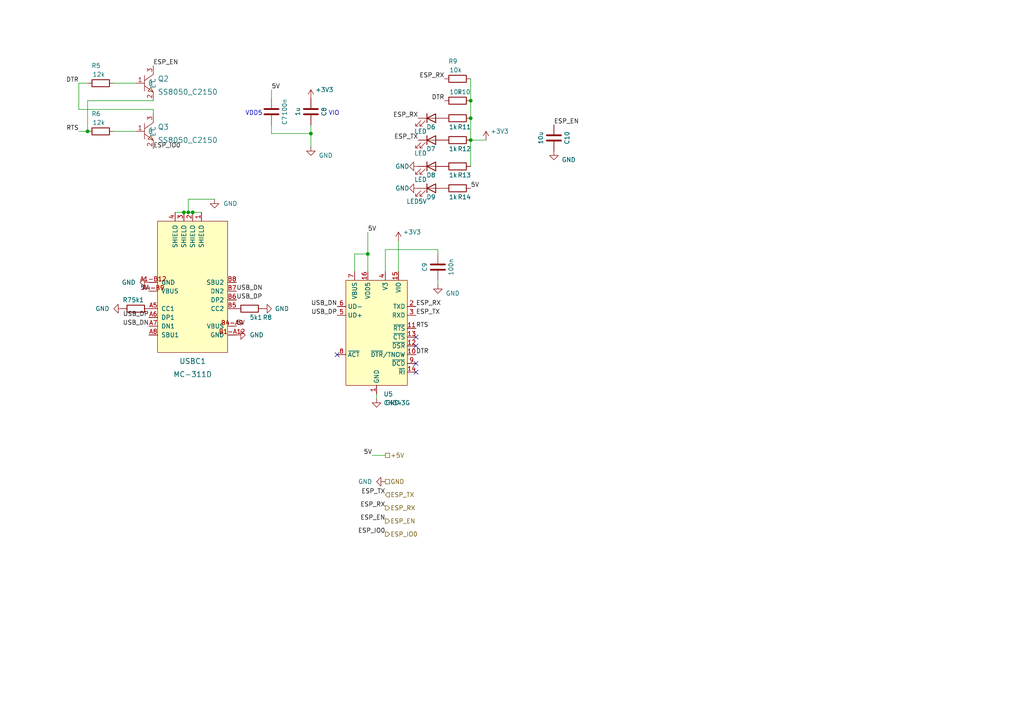
<source format=kicad_sch>
(kicad_sch (version 20230121) (generator eeschema)
  (paper "A4")
  (lib_symbols
    (symbol "Device:C" (pin_numbers hide) (pin_names (offset 0.254))
      (property "Reference" "C" (at 0.635 2.54 0))
      (property "Value" "C" (at 0.635 -2.54 0))
      (symbol "C_0_1"
        (polyline (pts (xy -2.032 -0.762) (xy 2.032 -0.762)) (stroke (width 0.508)))
        (polyline (pts (xy -2.032 0.762) (xy 2.032 0.762)) (stroke (width 0.508)))
      )
      (symbol "C_1_1"
        (pin passive line (at 0 3.81 270) (length 2.794) (name "~") (number "1"))
        (pin passive line (at 0 -3.81 90) (length 2.794) (name "~") (number "2"))
      )
    )
    (symbol "Device:LED" (pin_numbers hide) (pin_names (offset 1.016) hide)
      (property "Reference" "D" (at 0 2.54 0))
      (property "Value" "LED" (at 0 -2.54 0))
      (symbol "LED_0_1"
        (polyline (pts (xy -1.27 -1.27) (xy -1.27 1.27)) (stroke (width 0.254)))
        (polyline (pts (xy -1.27 0) (xy 1.27 0)))
        (polyline (pts (xy 1.27 -1.27) (xy 1.27 1.27) (xy -1.27 0) (xy 1.27 -1.27)) (stroke (width 0.254)))
        (polyline (pts (xy -3.048 -0.762) (xy -4.572 -2.286) (xy -3.81 -2.286) (xy -4.572 -2.286) (xy -4.572 -1.524)))
        (polyline (pts (xy -1.778 -0.762) (xy -3.302 -2.286) (xy -2.54 -2.286) (xy -3.302 -2.286) (xy -3.302 -1.524)))
      )
      (symbol "LED_1_1"
        (pin passive line (at -3.81 0 0) (length 2.54) (name "K") (number "1"))
        (pin passive line (at 3.81 0 180) (length 2.54) (name "A") (number "2"))
      )
    )
    (symbol "Device:R" (pin_numbers hide) (pin_names (offset 0))
      (property "Reference" "R" (at 2.032 0 90))
      (property "Value" "R" (at 0 0 90))
      (symbol "R_0_1"
        (rectangle (start -1.016 -2.54) (end 1.016 2.54) (stroke (width 0.254)))
      )
      (symbol "R_1_1"
        (pin passive line (at 0 3.81 270) (length 1.27) (name "~") (number "1"))
        (pin passive line (at 0 -3.81 90) (length 1.27) (name "~") (number "2"))
      )
    )
    (symbol "SS8050:SS8050_C2150" (pin_names (offset 1.016))
      (property "Reference" "Q?" (at 0 10.16 0))
      (property "Value" "SS8050_C2150" (at 0 -10.16 0))
      (symbol "SS8050_C2150_1_1"
        (polyline (pts (xy -2.54 -0.762) (xy 0 -2.54)))
        (polyline (pts (xy -2.54 2.286) (xy -2.54 -2.286)))
        (polyline (pts (xy 0 2.54) (xy -2.54 0.762)))
        (polyline (pts (xy 0 -2.54) (xy -0.762 -1.27) (xy -1.524 -2.286) (xy 0 -2.54)) (fill (type background)))
        (pin unspecified line (at -5.08 0 0) (length 2.54) (name "B") (number "1"))
        (pin unspecified line (at 0 -5.08 90) (length 2.54) (name "E") (number "2"))
        (pin unspecified line (at 0 5.08 270) (length 2.54) (name "C") (number "3"))
      )
    )
    (symbol "power:+3.3V" (power) (pin_names (offset 0))
      (property "Value" "+3.3V" (at 0 3.556 0))
      (symbol "+3.3V_0_1"
        (polyline (pts (xy -0.762 1.27) (xy 0 2.54)))
        (polyline (pts (xy 0 0) (xy 0 2.54)))
        (polyline (pts (xy 0 2.54) (xy 0.762 1.27)))
      )
      (symbol "+3.3V_1_1"
        (pin power_in line (at 0 0 90) (length 0) hide (name "+3V3") (number "1"))
      )
    )
    (symbol "power:GND" (power) (pin_names (offset 0))
      (property "Value" "GND" (at 0 -3.81 0))
      (symbol "GND_0_1"
        (polyline (pts (xy 0 0) (xy 0 -1.27) (xy 1.27 -1.27) (xy 0 -2.54) (xy -1.27 -1.27) (xy 0 -1.27)))
      )
      (symbol "GND_1_1"
        (pin power_in line (at 0 0 270) (length 0) hide (name "GND") (number "1"))
      )
    )
    (symbol "usb_c_bobby:MC-311D" (pin_names (offset 1.016))
      (property "Reference" "USBC?" (at 0 24.13 0))
      (property "Value" "MC-311D" (at 0 -21.59 0))
      (symbol "MC-311D_1_1"
        (rectangle (start -10.16 16.51) (end 10.16 -21.59) (fill (type background)))
        (pin unspecified line (at 2.54 19.05 270) (length 2.54) (name "SHIELD") (number "1"))
        (pin unspecified line (at 0 19.05 270) (length 2.54) (name "SHIELD") (number "2"))
        (pin unspecified line (at -2.54 19.05 270) (length 2.54) (name "SHIELD") (number "3"))
        (pin unspecified line (at -5.08 19.05 270) (length 2.54) (name "SHIELD") (number "4"))
        (pin unspecified line (at -12.7 -1.27 0) (length 2.54) (name "GND") (number "A1-B12"))
        (pin unspecified line (at -12.7 -3.81 0) (length 2.54) (name "VBUS") (number "A4-B9"))
        (pin unspecified line (at -12.7 -8.89 0) (length 2.54) (name "CC1") (number "A5"))
        (pin unspecified line (at -12.7 -11.43 0) (length 2.54) (name "DP1") (number "A6"))
        (pin unspecified line (at -12.7 -13.97 0) (length 2.54) (name "DN1") (number "A7"))
        (pin unspecified line (at -12.7 -16.51 0) (length 2.54) (name "SBU1") (number "A8"))
        (pin unspecified line (at 12.7 -16.51 180) (length 2.54) (name "GND") (number "B1-A12"))
        (pin unspecified line (at 12.7 -13.97 180) (length 2.54) (name "VBUS") (number "B4-A9"))
        (pin unspecified line (at 12.7 -8.89 180) (length 2.54) (name "CC2") (number "B5"))
        (pin unspecified line (at 12.7 -6.35 180) (length 2.54) (name "DP2") (number "B6"))
        (pin unspecified line (at 12.7 -3.81 180) (length 2.54) (name "DN2") (number "B7"))
        (pin unspecified line (at 12.7 -1.27 180) (length 2.54) (name "SBU2") (number "B8"))
      )
    )
    (symbol "wch-usb-uart:CH343G"
      (property "Reference" "U" (at 6.35 -17.78 0))
      (property "Value" "CH343G" (at 6.35 -20.32 0))
      (symbol "CH343G_0_1"
        (rectangle (start -8.89 15.24) (end 8.89 -15.24) (stroke (width 0.1524)) (fill (type background)))
      )
      (symbol "CH343G_1_1"
        (pin passive line (at 0 -17.78 90) (length 2.54) (name "GND") (number "1"))
        (pin output line (at 11.43 -6.35 180) (length 2.54) (name "~{DTR}/TNOW") (number "10"))
        (pin output line (at 11.43 1.27 180) (length 2.54) (name "~{RTS}") (number "11"))
        (pin input line (at 11.43 -3.81 180) (length 2.54) (name "~{DSR}") (number "12"))
        (pin input line (at 11.43 -1.27 180) (length 2.54) (name "~{CTS}") (number "13"))
        (pin input line (at 11.43 -11.43 180) (length 2.54) (name "~{RI}") (number "14"))
        (pin power_in line (at 6.35 17.78 270) (length 2.54) (name "VIO") (number "15"))
        (pin power_in line (at -2.54 17.78 270) (length 2.54) (name "VDD5") (number "16"))
        (pin output line (at 11.43 7.62 180) (length 2.54) (name "TXD") (number "2"))
        (pin input line (at 11.43 5.08 180) (length 2.54) (name "RXD") (number "3"))
        (pin power_in line (at 2.54 17.78 270) (length 2.54) (name "V3") (number "4"))
        (pin bidirectional line (at -11.43 5.08 0) (length 2.54) (name "UD+") (number "5"))
        (pin bidirectional line (at -11.43 7.62 0) (length 2.54) (name "UD-") (number "6"))
        (pin input line (at -6.35 17.78 270) (length 2.54) (name "VBUS") (number "7"))
        (pin output line (at -11.43 -6.35 0) (length 2.54) (name "~{ACT}") (number "8"))
        (pin input line (at 11.43 -8.89 180) (length 2.54) (name "~{DCD}") (number "9"))
      )
    )
  )
  (junction (at 90.17 38.735))
  (junction (at 136.525 40.64))
  (junction (at 55.88 61.595))
  (junction (at 136.525 29.21))
  (junction (at 54.61 61.595))
  (junction (at 136.525 34.29))
  (junction (at 25.4 38.1))
  (junction (at 106.68 73.66))
  (junction (at 53.34 61.595))
  (no_connect (at 120.65 107.95))
  (no_connect (at 120.65 105.41))
  (no_connect (at 120.65 97.79))
  (no_connect (at 120.65 100.33))
  (no_connect (at 97.79 102.87))
  (wire (pts (xy 111.76 72.39) (xy 127 72.39)))
  (wire (pts (xy 106.68 67.31) (xy 106.68 73.66)))
  (wire (pts (xy 22.86 24.13) (xy 22.86 31.75)))
  (wire (pts (xy 102.87 73.66) (xy 102.87 78.74)))
  (wire (pts (xy 115.57 69.85) (xy 115.57 78.74)))
  (wire (pts (xy 78.74 26.035) (xy 78.74 28.575)))
  (wire (pts (xy 33.02 38.1) (xy 39.37 38.1)))
  (wire (pts (xy 22.86 31.75) (xy 44.45 31.75)))
  (wire (pts (xy 44.45 29.21) (xy 25.4 29.21)))
  (wire (pts (xy 90.17 38.735) (xy 90.17 42.545)))
  (wire (pts (xy 53.34 61.595) (xy 50.8 61.595)))
  (wire (pts (xy 127 72.39) (xy 127 73.66)))
  (wire (pts (xy 44.45 31.75) (xy 44.45 33.02)))
  (wire (pts (xy 25.4 29.21) (xy 25.4 38.1)))
  (wire (pts (xy 109.22 114.3) (xy 109.22 115.57)))
  (wire (pts (xy 54.61 57.785) (xy 54.61 61.595)))
  (wire (pts (xy 107.95 132.08) (xy 111.76 132.08)))
  (wire (pts (xy 127 81.28) (xy 127 82.55)))
  (wire (pts (xy 33.02 24.13) (xy 39.37 24.13)))
  (wire (pts (xy 54.61 61.595) (xy 53.34 61.595)))
  (wire (pts (xy 55.88 61.595) (xy 58.42 61.595)))
  (wire (pts (xy 22.86 38.1) (xy 25.4 38.1)))
  (wire (pts (xy 78.74 38.735) (xy 90.17 38.735)))
  (wire (pts (xy 106.68 73.66) (xy 106.68 78.74)))
  (wire (pts (xy 22.86 24.13) (xy 25.4 24.13)))
  (wire (pts (xy 136.525 22.86) (xy 136.525 29.21)))
  (wire (pts (xy 111.76 72.39) (xy 111.76 78.74)))
  (wire (pts (xy 106.68 73.66) (xy 102.87 73.66)))
  (wire (pts (xy 54.61 57.785) (xy 62.23 57.785)))
  (wire (pts (xy 136.525 40.64) (xy 136.525 48.26)))
  (wire (pts (xy 136.525 40.64) (xy 140.97 40.64)))
  (wire (pts (xy 136.525 29.21) (xy 136.525 34.29)))
  (wire (pts (xy 90.17 36.195) (xy 90.17 38.735)))
  (wire (pts (xy 136.525 34.29) (xy 136.525 40.64)))
  (wire (pts (xy 78.74 36.195) (xy 78.74 38.735)))
  (wire (pts (xy 54.61 61.595) (xy 55.88 61.595)))
  (text "VDD5" (at 71.12 33.655 0) (effects (font (size 1.27 1.27)) (justify left bottom)))
  (text "VIO" (at 95.25 33.655 0) (effects (font (size 1.27 1.27)) (justify left bottom)))
  (label "ESP_RX" (at 128.905 22.86 180))
  (label "ESP_TX" (at 121.285 40.64 180))
  (label "DTR" (at 120.65 102.87 0))
  (label "ESP_EN" (at 111.76 151.13 180))
  (label "ESP_TX" (at 120.65 91.44 0))
  (label "ESP_RX" (at 111.76 147.32 180))
  (label "ESP_RX" (at 121.285 34.29 180))
  (label "ESP_RX" (at 120.65 88.9 0))
  (label "ESP_EN" (at 44.45 19.05 0))
  (label "USB_DP" (at 97.79 91.44 180))
  (label "5V" (at 136.525 54.61 0))
  (label "ESP_TX" (at 111.76 143.51 180))
  (label "5V" (at 68.58 94.615 0))
  (label "RTS" (at 120.65 95.25 0))
  (label "5V" (at 43.18 84.455 180))
  (label "DTR" (at 128.905 29.21 180))
  (label "USB_DN" (at 68.58 84.455 0))
  (label "USB_DP" (at 43.18 92.075 180))
  (label "5V" (at 106.68 67.31 0))
  (label "RTS" (at 22.86 38.1 180))
  (label "ESP_IO0" (at 111.76 154.94 180))
  (label "ESP_IO0" (at 44.45 43.18 0))
  (label "ESP_EN" (at 160.655 36.195 0))
  (label "5V" (at 107.95 132.08 180))
  (label "5V" (at 78.74 26.035 0))
  (label "USB_DP" (at 68.58 86.995 0))
  (label "USB_DN" (at 97.79 88.9 180))
  (label "USB_DN" (at 43.18 94.615 180))
  (label "DTR" (at 22.86 24.13 180))
  (hierarchical_label "ESP_TX" (shape input) (at 111.76 143.51 0))
  (hierarchical_label "ESP_IO0" (shape output) (at 111.76 154.94 0))
  (hierarchical_label "ESP_RX" (shape output) (at 111.76 147.32 0))
  (hierarchical_label "ESP_EN" (shape output) (at 111.76 151.13 0))
  (hierarchical_label "+5V" (shape passive) (at 111.76 132.08 0))
  (hierarchical_label "GND" (shape passive) (at 111.76 139.7 0))
  (symbol (lib_id "Device:R") (at 132.715 40.64 270) (unit 1)
    (property "Reference" "R12" (at 132.715 43.18 90) (effects (justify left)))
    (property "Value" "1k" (at 130.175 43.18 90) (effects (justify left)))
    (property "Footprint" "Resistor_SMD:R_0402_1005Metric" (effects hide))
    (property "LCSC Part #" "C11702" (effects hide))
  )
  (symbol (lib_id "power:+3.3V") (at 140.97 40.64 0) (unit 1)
    (property "Reference" "#PWR045" (effects hide))
    (property "Value" "+3.3V" (at 142.24 38.1 0) (effects (justify left)))
  )
  (symbol (lib_id "Device:LED") (at 125.095 48.26 0) (unit 1)
    (property "Reference" "D8" (at 126.365 50.8 0) (effects (justify right)))
    (property "Value" "LED" (at 123.825 52.07 0) (effects (justify right)))
    (property "Footprint" "LED_SMD:LED_0603_1608Metric" (effects hide))
    (property "LCSC Part #" "C2286" (effects hide))
  )
  (symbol (lib_id "Device:C") (at 160.655 40.005 180) (unit 1)
    (property "Reference" "C10" (at 164.465 40.005 90))
    (property "Value" "10u" (at 156.845 40.005 90))
    (property "Footprint" "Capacitor_SMD:C_0603_1608Metric" (effects hide))
    (property "LCSC Part #" "C96446" (effects hide))
  )
  (symbol (lib_id "Device:R") (at 132.715 22.86 90) (unit 1)
    (property "Reference" "R9" (at 132.715 17.78 90) (effects (justify left)))
    (property "Value" "10k" (at 133.985 20.32 90) (effects (justify left)))
    (property "Footprint" "Resistor_SMD:R_0402_1005Metric" (effects hide))
    (property "LCSC Part #" "C25744" (effects hide))
  )
  (symbol (lib_id "Device:LED") (at 125.095 54.61 0) (unit 1)
    (property "Reference" "D9" (at 126.365 57.15 0) (effects (justify right)))
    (property "Value" "LED5V" (at 123.825 58.42 0) (effects (justify right)))
    (property "Footprint" "LED_SMD:LED_0603_1608Metric" (effects hide))
    (property "LCSC Part #" "C72043" (effects hide))
  )
  (symbol (lib_id "power:GND") (at 111.76 139.7 270) (unit 1)
    (property "Reference" "#PWR040" (effects hide))
    (property "Value" "GND" (at 107.95 139.7 90) (effects (justify right)))
  )
  (symbol (lib_id "Device:LED") (at 125.095 40.64 0) (unit 1)
    (property "Reference" "D7" (at 126.365 43.18 0) (effects (justify right)))
    (property "Value" "LED" (at 123.825 44.45 0) (effects (justify right)))
    (property "Footprint" "LED_SMD:LED_0603_1608Metric" (effects hide))
    (property "LCSC Part #" "C72041" (effects hide))
  )
  (symbol (lib_id "power:+3.3V") (at 90.17 28.575 0) (unit 1)
    (property "Reference" "#PWR037" (effects hide))
    (property "Value" "+3.3V" (at 91.44 26.035 0) (effects (justify left)))
  )
  (symbol (lib_id "Device:R") (at 132.715 48.26 270) (unit 1)
    (property "Reference" "R13" (at 132.715 50.8 90) (effects (justify left)))
    (property "Value" "1k" (at 130.175 50.8 90) (effects (justify left)))
    (property "Footprint" "Resistor_SMD:R_0402_1005Metric" (effects hide))
    (property "LCSC Part #" "C11702" (effects hide))
  )
  (symbol (lib_id "power:GND") (at 121.285 48.26 270) (unit 1)
    (property "Reference" "#PWR042" (effects hide))
    (property "Value" "GND" (at 118.745 48.26 90) (effects (justify right)))
  )
  (symbol (lib_id "Device:C") (at 90.17 32.385 180) (unit 1)
    (property "Reference" "C8" (at 93.98 32.385 90))
    (property "Value" "1u" (at 86.36 32.385 90))
    (property "Footprint" "Capacitor_SMD:C_0603_1608Metric" (effects hide))
    (property "LCSC Part #" "C15849" (effects hide))
  )
  (symbol (lib_id "Device:R") (at 132.715 29.21 90) (unit 1)
    (property "Reference" "R10" (at 136.525 26.67 90) (effects (justify left)))
    (property "Value" "10k" (at 133.985 26.67 90) (effects (justify left)))
    (property "Footprint" "Resistor_SMD:R_0402_1005Metric" (effects hide))
    (property "LCSC Part #" "C25744" (effects hide))
  )
  (symbol (lib_id "Device:R") (at 29.21 38.1 90) (unit 1)
    (property "Reference" "R6" (at 29.21 33.02 90) (effects (justify left)))
    (property "Value" "12k" (at 30.48 35.56 90) (effects (justify left)))
    (property "Footprint" "Resistor_SMD:R_0402_1005Metric" (effects hide))
    (property "LCSC Part #" "C25752" (effects hide))
  )
  (symbol (lib_id "Device:R") (at 29.21 24.13 90) (unit 1)
    (property "Reference" "R5" (at 29.21 19.05 90) (effects (justify left)))
    (property "Value" "12k" (at 30.48 21.59 90) (effects (justify left)))
    (property "Footprint" "Resistor_SMD:R_0402_1005Metric" (effects hide))
    (property "LCSC Part #" "C25752" (effects hide))
  )
  (symbol (lib_id "Device:R") (at 132.715 34.29 270) (unit 1)
    (property "Reference" "R11" (at 132.715 36.83 90) (effects (justify left)))
    (property "Value" "1k" (at 130.175 36.83 90) (effects (justify left)))
    (property "Footprint" "Resistor_SMD:R_0402_1005Metric" (effects hide))
    (property "LCSC Part #" "C11702" (effects hide))
  )
  (symbol (lib_id "power:GND") (at 90.17 42.545 0) (unit 1)
    (property "Reference" "#PWR038" (effects hide))
    (property "Value" "GND" (at 96.52 45.085 0) (effects (justify right)))
  )
  (symbol (lib_id "power:GND") (at 127 82.55 0) (unit 1)
    (property "Reference" "#PWR044" (effects hide))
    (property "Value" "GND" (at 133.35 85.09 0) (effects (justify right)))
  )
  (symbol (lib_id "power:+3.3V") (at 115.57 69.85 0) (unit 1)
    (property "Reference" "#PWR041" (effects hide))
    (property "Value" "+3.3V" (at 116.84 67.31 0) (effects (justify left)))
  )
  (symbol (lib_id "Device:R") (at 39.37 89.535 270) (unit 1)
    (property "Reference" "R7" (at 35.56 86.995 90) (effects (justify left)))
    (property "Value" "5k1" (at 38.1 86.995 90) (effects (justify left)))
    (property "Footprint" "Resistor_SMD:R_0402_1005Metric" (effects hide))
    (property "LCSC Part #" "C25905" (effects hide))
  )
  (symbol (lib_id "SS8050:SS8050_C2150") (at 44.45 38.1 0) (unit 1)
    (property "Reference" "Q3" (at 45.72 36.83 0) (effects (font (size 1.524 1.524)) (justify left)))
    (property "Value" "SS8050_C2150" (at 45.72 40.64 0) (effects (font (size 1.524 1.524)) (justify left)))
    (property "Footprint" "Package_TO_SOT_SMD:TSOT-23" (effects hide))
    (property "Datasheet" "https://lcsc.com/product-detail/Transistors-NPN-PNP_SS8050-Y1-200-350_C2150.html" (effects hide))
    (property "Manufacturer" "CJ" (effects hide))
    (property "JLC Part" "Basic Part" (effects hide))
    (property "LCSC Part #" "C2150" (effects hide))
  )
  (symbol (lib_id "power:GND") (at 121.285 54.61 270) (unit 1)
    (property "Reference" "#PWR043" (effects hide))
    (property "Value" "GND" (at 118.745 54.61 90) (effects (justify right)))
  )
  (symbol (lib_id "Device:LED") (at 125.095 34.29 0) (unit 1)
    (property "Reference" "D6" (at 126.365 36.83 0) (effects (justify right)))
    (property "Value" "LED" (at 123.825 38.1 0) (effects (justify right)))
    (property "Footprint" "LED_SMD:LED_0603_1608Metric" (effects hide))
    (property "LCSC Part #" "C2290" (effects hide))
  )
  (symbol (lib_id "power:GND") (at 109.22 115.57 0) (unit 1)
    (property "Reference" "#PWR039" (effects hide))
    (property "Value" "GND" (at 111.76 116.8399 0) (effects (justify left)))
  )
  (symbol (lib_id "Device:C") (at 127 77.47 180) (unit 1)
    (property "Reference" "C9" (at 123.19 77.47 90))
    (property "Value" "100n" (at 130.81 77.47 90))
    (property "Footprint" "Capacitor_SMD:C_0402_1005Metric" (effects hide))
    (property "LCSC Part #" "C1525" (effects hide))
  )
  (symbol (lib_id "usb_c_bobby:MC-311D") (at 55.88 80.645 0) (unit 1)
    (property "Reference" "USBC1" (at 55.88 104.775 0) (effects (font (size 1.524 1.524))))
    (property "Value" "MC-311D" (at 55.88 108.585 0) (effects (font (size 1.524 1.524))))
    (property "Footprint" "usb_c:USB-C-SMD_MC-311D" (effects hide))
    (property "Datasheet" "https://lcsc.com/product-detail/USB-Type-C_MC-311D_C136423.html" (effects hide))
    (property "Manufacturer" "SOFNG" (effects hide))
    (property "JLC Part" "Extended Part" (effects hide))
    (property "LCSC Part #" "C136423" (effects hide))
  )
  (symbol (lib_id "power:GND") (at 62.23 57.785 0) (unit 1)
    (property "Reference" "#PWR034" (effects hide))
    (property "Value" "GND" (at 64.77 59.0549 0) (effects (justify left)))
  )
  (symbol (lib_id "Device:R") (at 72.39 89.535 270) (unit 1)
    (property "Reference" "R8" (at 76.2 92.075 90) (effects (justify left)))
    (property "Value" "5k1" (at 72.39 92.075 90) (effects (justify left)))
    (property "Footprint" "Resistor_SMD:R_0402_1005Metric" (effects hide))
    (property "LCSC Part #" "C25905" (effects hide))
  )
  (symbol (lib_id "power:GND") (at 160.655 43.815 0) (unit 1)
    (property "Reference" "#PWR046" (effects hide))
    (property "Value" "GND" (at 167.005 46.355 0) (effects (justify right)))
  )
  (symbol (lib_id "power:GND") (at 35.56 89.535 270) (unit 1)
    (property "Reference" "#PWR032" (effects hide))
    (property "Value" "GND" (at 31.75 89.5349 90) (effects (justify right)))
  )
  (symbol (lib_id "SS8050:SS8050_C2150") (at 44.45 24.13 0) (unit 1)
    (property "Reference" "Q2" (at 45.72 22.86 0) (effects (font (size 1.524 1.524)) (justify left)))
    (property "Value" "SS8050_C2150" (at 45.72 26.67 0) (effects (font (size 1.524 1.524)) (justify left)))
    (property "Footprint" "Package_TO_SOT_SMD:TSOT-23" (effects hide))
    (property "Datasheet" "https://lcsc.com/product-detail/Transistors-NPN-PNP_SS8050-Y1-200-350_C2150.html" (effects hide))
    (property "Manufacturer" "CJ" (effects hide))
    (property "JLC Part" "Basic Part" (effects hide))
    (property "LCSC Part #" "C2150" (effects hide))
  )
  (symbol (lib_id "wch-usb-uart:CH343G") (at 109.22 96.52 0) (unit 1)
    (property "Reference" "U5" (at 111.2394 114.3 0) (effects (justify left)))
    (property "Value" "CH343G" (at 111.2394 116.84 0) (effects (justify left)))
    (property "Footprint" "Package_SO:SOIC-16_3.9x9.9mm_P1.27mm" (effects hide))
    (property "Datasheet" "http://www.wch.cn/downloads/file/307.html" (effects hide))
    (property "LCSC Part #" "C2844153" (effects hide))
  )
  (symbol (lib_id "Device:R") (at 132.715 54.61 270) (unit 1)
    (property "Reference" "R14" (at 132.715 57.15 90) (effects (justify left)))
    (property "Value" "1k" (at 130.175 57.15 90) (effects (justify left)))
    (property "Footprint" "Resistor_SMD:R_0402_1005Metric" (effects hide))
    (property "LCSC Part #" "C11702" (effects hide))
  )
  (symbol (lib_id "power:GND") (at 76.2 89.535 90) (unit 1)
    (property "Reference" "#PWR036" (effects hide))
    (property "Value" "GND" (at 83.82 89.535 90) (effects (justify left)))
  )
  (symbol (lib_id "power:GND") (at 68.58 97.155 90) (unit 1)
    (property "Reference" "#PWR035" (effects hide))
    (property "Value" "GND" (at 72.39 97.1549 90) (effects (justify right)))
  )
  (symbol (lib_id "power:GND") (at 43.18 81.915 270) (unit 1)
    (property "Reference" "#PWR033" (effects hide))
    (property "Value" "GND" (at 39.37 81.915 90) (effects (justify right)))
  )
  (symbol (lib_id "Device:C") (at 78.74 32.385 180) (unit 1)
    (property "Reference" "C7" (at 82.55 34.925 90))
    (property "Value" "100n" (at 82.55 31.115 90))
    (property "Footprint" "Capacitor_SMD:C_0402_1005Metric" (effects hide))
    (property "LCSC Part #" "C1525" (effects hide))
  )
)
</source>
